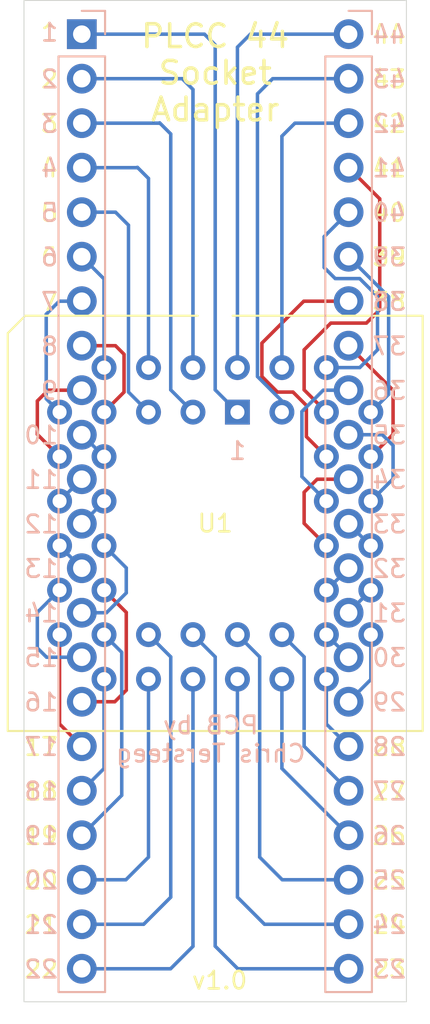
<source format=kicad_pcb>
(kicad_pcb (version 20240108) (generator "pcbnew") (generator_version "8.0")
  (title_block (title "PLCC-44 Socket Adapter") (date "2025-02-20") (rev "v1.0") (company "Chris Tersteeg"))
  (layers (0 "F.Cu" signal) (31 "B.Cu" signal) (34 "B.Paste" user) (35 "F.Paste" user) (36 "B.SilkS" user "B.Silkscreen") (37 "F.SilkS" user "F.Silkscreen") (38 "B.Mask" user) (39 "F.Mask" user) (44 "Edge.Cuts" user))
  (net 0 "")
  (net 1 "/Pin21")
  (net 2 "/Pin10")
  (net 3 "/Pin17")
  (net 4 "/Pin3")
  (net 5 "/Pin1")
  (net 6 "/Pin22")
  (net 7 "/Pin8")
  (net 8 "/Pin7")
  (net 9 "/Pin6")
  (net 10 "/Pin14")
  (net 11 "/Pin12")
  (net 12 "/Pin9")
  (net 13 "/Pin20")
  (net 14 "/Pin13")
  (net 15 "/Pin11")
  (net 16 "/Pin5")
  (net 17 "/Pin18")
  (net 18 "/Pin19")
  (net 19 "/Pin15")
  (net 20 "/Pin16")
  (net 21 "/Pin4")
  (net 22 "/Pin2")
  (net 23 "/Pin34")
  (net 24 "/Pin38")
  (net 25 "/Pin23")
  (net 26 "/Pin35")
  (net 27 "/Pin44")
  (net 28 "/Pin33")
  (net 29 "/Pin40")
  (net 30 "/Pin29")
  (net 31 "/Pin37")
  (net 32 "/Pin41")
  (net 33 "/Pin25")
  (net 34 "/Pin24")
  (net 35 "/Pin39")
  (net 36 "/Pin43")
  (net 37 "/Pin27")
  (net 38 "/Pin28")
  (net 39 "/Pin32")
  (net 40 "/Pin26")
  (net 41 "/Pin30")
  (net 42 "/Pin31")
  (net 43 "/Pin36")
  (net 44 "/Pin42")
  (footprint "Package_LCC:PLCC-44_THT-Socket" (layer "F.Cu") (at 109.22 87.63)
    (property "Reference" "U1" (at -1.27 6.35 0) (layer "F.SilkS"))
    (property "Value" "ATF1504AS-10JU44")
    (fp_line (start -13.12 -4.5) (end -13.12 18.2) (stroke (width 0.12)) (layer "F.SilkS"))
    (fp_line (start -13.12 18.2) (end 10.58 18.2) (stroke (width 0.12)) (layer "F.SilkS"))
    (fp_line (start -12.12 -5.5) (end -13.12 -4.5) (stroke (width 0.12)) (layer "F.SilkS"))
    (fp_line (start -2.27 -5.5) (end -12.12 -5.5) (stroke (width 0.12)) (layer "F.SilkS"))
    (fp_line (start 10.58 -5.5) (end -0.27 -5.5) (stroke (width 0.12)) (layer "F.SilkS"))
    (fp_line (start 10.58 18.2) (end 10.58 -5.5) (stroke (width 0.12)) (layer "F.SilkS"))
    (pad "1" thru_hole rect (at 0 0) (size 1.4224 1.4224) (drill 0.8) (layers "*.Cu" "*.Mask") (net 5 "/Pin1"))
    (pad "2" thru_hole circle (at -2.54 -2.54) (size 1.4224 1.4224) (drill 0.8) (layers "*.Cu" "*.Mask") (net 22 "/Pin2"))
    (pad "3" thru_hole circle (at -2.54 0) (size 1.4224 1.4224) (drill 0.8) (layers "*.Cu" "*.Mask") (net 4 "/Pin3"))
    (pad "4" thru_hole circle (at -5.08 -2.54) (size 1.4224 1.4224) (drill 0.8) (layers "*.Cu" "*.Mask") (net 21 "/Pin4"))
    (pad "5" thru_hole circle (at -5.08 0) (size 1.4224 1.4224) (drill 0.8) (layers "*.Cu" "*.Mask") (net 16 "/Pin5"))
    (pad "6" thru_hole circle (at -7.62 -2.54) (size 1.4224 1.4224) (drill 0.8) (layers "*.Cu" "*.Mask") (net 9 "/Pin6"))
    (pad "7" thru_hole circle (at -10.16 0) (size 1.4224 1.4224) (drill 0.8) (layers "*.Cu" "*.Mask") (net 8 "/Pin7"))
    (pad "8" thru_hole circle (at -7.62 0) (size 1.4224 1.4224) (drill 0.8) (layers "*.Cu" "*.Mask") (net 7 "/Pin8"))
    (pad "9" thru_hole circle (at -10.16 2.54) (size 1.4224 1.4224) (drill 0.8) (layers "*.Cu" "*.Mask") (net 12 "/Pin9"))
    (pad "10" thru_hole circle (at -7.62 2.54) (size 1.4224 1.4224) (drill 0.8) (layers "*.Cu" "*.Mask") (net 2 "/Pin10"))
    (pad "11" thru_hole circle (at -10.16 5.08) (size 1.4224 1.4224) (drill 0.8) (layers "*.Cu" "*.Mask") (net 15 "/Pin11"))
    (pad "12" thru_hole circle (at -7.62 5.08) (size 1.4224 1.4224) (drill 0.8) (layers "*.Cu" "*.Mask") (net 11 "/Pin12"))
    (pad "13" thru_hole circle (at -10.16 7.62) (size 1.4224 1.4224) (drill 0.8) (layers "*.Cu" "*.Mask") (net 14 "/Pin13"))
    (pad "14" thru_hole circle (at -7.62 7.62) (size 1.4224 1.4224) (drill 0.8) (layers "*.Cu" "*.Mask") (net 10 "/Pin14"))
    (pad "15" thru_hole circle (at -10.16 10.16) (size 1.4224 1.4224) (drill 0.8) (layers "*.Cu" "*.Mask") (net 19 "/Pin15"))
    (pad "16" thru_hole circle (at -7.62 10.16) (size 1.4224 1.4224) (drill 0.8) (layers "*.Cu" "*.Mask") (net 20 "/Pin16"))
    (pad "17" thru_hole circle (at -10.16 12.7) (size 1.4224 1.4224) (drill 0.8) (layers "*.Cu" "*.Mask") (net 3 "/Pin17"))
    (pad "18" thru_hole circle (at -7.62 15.24) (size 1.4224 1.4224) (drill 0.8) (layers "*.Cu" "*.Mask") (net 17 "/Pin18"))
    (pad "19" thru_hole circle (at -7.62 12.7) (size 1.4224 1.4224) (drill 0.8) (layers "*.Cu" "*.Mask") (net 18 "/Pin19"))
    (pad "20" thru_hole circle (at -5.08 15.24) (size 1.4224 1.4224) (drill 0.8) (layers "*.Cu" "*.Mask") (net 13 "/Pin20"))
    (pad "21" thru_hole circle (at -5.08 12.7) (size 1.4224 1.4224) (drill 0.8) (layers "*.Cu" "*.Mask") (net 1 "/Pin21"))
    (pad "22" thru_hole circle (at -2.54 15.24) (size 1.4224 1.4224) (drill 0.8) (layers "*.Cu" "*.Mask") (net 6 "/Pin22"))
    (pad "23" thru_hole circle (at -2.54 12.7) (size 1.4224 1.4224) (drill 0.8) (layers "*.Cu" "*.Mask") (net 25 "/Pin23"))
    (pad "24" thru_hole circle (at 0 15.24) (size 1.4224 1.4224) (drill 0.8) (layers "*.Cu" "*.Mask") (net 34 "/Pin24"))
    (pad "25" thru_hole circle (at 0 12.7) (size 1.4224 1.4224) (drill 0.8) (layers "*.Cu" "*.Mask") (net 33 "/Pin25"))
    (pad "26" thru_hole circle (at 2.54 15.24) (size 1.4224 1.4224) (drill 0.8) (layers "*.Cu" "*.Mask") (net 40 "/Pin26"))
    (pad "27" thru_hole circle (at 2.54 12.7) (size 1.4224 1.4224) (drill 0.8) (layers "*.Cu" "*.Mask") (net 37 "/Pin27"))
    (pad "28" thru_hole circle (at 5.08 15.24) (size 1.4224 1.4224) (drill 0.8) (layers "*.Cu" "*.Mask") (net 38 "/Pin28"))
    (pad "29" thru_hole circle (at 7.62 12.7) (size 1.4224 1.4224) (drill 0.8) (layers "*.Cu" "*.Mask") (net 30 "/Pin29"))
    (pad "30" thru_hole circle (at 5.08 12.7) (size 1.4224 1.4224) (drill 0.8) (layers "*.Cu" "*.Mask") (net 41 "/Pin30"))
    (pad "31" thru_hole circle (at 7.62 10.16) (size 1.4224 1.4224) (drill 0.8) (layers "*.Cu" "*.Mask") (net 42 "/Pin31"))
    (pad "32" thru_hole circle (at 5.08 10.16) (size 1.4224 1.4224) (drill 0.8) (layers "*.Cu" "*.Mask") (net 39 "/Pin32"))
    (pad "33" thru_hole circle (at 7.62 7.62) (size 1.4224 1.4224) (drill 0.8) (layers "*.Cu" "*.Mask") (net 28 "/Pin33"))
    (pad "34" thru_hole circle (at 5.08 7.62) (size 1.4224 1.4224) (drill 0.8) (layers "*.Cu" "*.Mask") (net 23 "/Pin34"))
    (pad "35" thru_hole circle (at 7.62 5.08) (size 1.4224 1.4224) (drill 0.8) (layers "*.Cu" "*.Mask") (net 26 "/Pin35"))
    (pad "36" thru_hole circle (at 5.08 5.08) (size 1.4224 1.4224) (drill 0.8) (layers "*.Cu" "*.Mask") (net 43 "/Pin36"))
    (pad "37" thru_hole circle (at 7.62 2.54) (size 1.4224 1.4224) (drill 0.8) (layers "*.Cu" "*.Mask") (net 31 "/Pin37"))
    (pad "38" thru_hole circle (at 5.08 2.54) (size 1.4224 1.4224) (drill 0.8) (layers "*.Cu" "*.Mask") (net 24 "/Pin38"))
    (pad "39" thru_hole circle (at 7.62 0) (size 1.4224 1.4224) (drill 0.8) (layers "*.Cu" "*.Mask") (net 35 "/Pin39"))
    (pad "40" thru_hole circle (at 5.08 -2.54) (size 1.4224 1.4224) (drill 0.8) (layers "*.Cu" "*.Mask") (net 29 "/Pin40"))
    (pad "41" thru_hole circle (at 5.08 0) (size 1.4224 1.4224) (drill 0.8) (layers "*.Cu" "*.Mask") (net 32 "/Pin41"))
    (pad "42" thru_hole circle (at 2.54 -2.54) (size 1.4224 1.4224) (drill 0.8) (layers "*.Cu" "*.Mask") (net 44 "/Pin42"))
    (pad "43" thru_hole circle (at 2.54 0) (size 1.4224 1.4224) (drill 0.8) (layers "*.Cu" "*.Mask") (net 36 "/Pin43"))
    (pad "44" thru_hole circle (at 0 -2.54) (size 1.4224 1.4224) (drill 0.8) (layers "*.Cu" "*.Mask") (net 27 "/Pin44"))
  )
  (footprint "Connector_PinHeader_2.54mm:PinHeader_1x22_P2.54mm_Vertical" (layer "B.Cu") (at 115.57 66.06 180)
    (property "Reference" "J2" (hide yes))
    (property "Value" "Conn_01x22")
    (fp_line (start 1.33 -1.27) (end -1.33 -1.27) (stroke (width 0.12)) (layer "B.SilkS"))
    (fp_line (start 1.33 -54.67) (end 1.33 -1.27) (stroke (width 0.12)) (layer "B.SilkS"))
    (fp_line (start 1.33 -54.67) (end -1.33 -54.67) (stroke (width 0.12)) (layer "B.SilkS"))
    (fp_line (start 0 1.33) (end -1.33 1.33) (stroke (width 0.12)) (layer "B.SilkS"))
    (fp_line (start -1.33 1.33) (end -1.33 0) (stroke (width 0.12)) (layer "B.SilkS"))
    (fp_line (start -1.33 -54.67) (end -1.33 -1.27) (stroke (width 0.12)) (layer "B.SilkS"))
    (pad "1" thru_hole circle (at 0 0 180) (size 1.7 1.7) (drill 1) (layers "*.Cu" "*.Mask") (net 27 "/Pin44"))
    (pad "2" thru_hole oval (at 0 -2.54 180) (size 1.7 1.7) (drill 1) (layers "*.Cu" "*.Mask") (net 36 "/Pin43"))
    (pad "3" thru_hole oval (at 0 -5.08 180) (size 1.7 1.7) (drill 1) (layers "*.Cu" "*.Mask") (net 44 "/Pin42"))
    (pad "4" thru_hole oval (at 0 -7.62 180) (size 1.7 1.7) (drill 1) (layers "*.Cu" "*.Mask") (net 32 "/Pin41"))
    (pad "5" thru_hole oval (at 0 -10.16 180) (size 1.7 1.7) (drill 1) (layers "*.Cu" "*.Mask") (net 29 "/Pin40"))
    (pad "6" thru_hole oval (at 0 -12.7 180) (size 1.7 1.7) (drill 1) (layers "*.Cu" "*.Mask") (net 35 "/Pin39"))
    (pad "7" thru_hole oval (at 0 -15.24 180) (size 1.7 1.7) (drill 1) (layers "*.Cu" "*.Mask") (net 24 "/Pin38"))
    (pad "8" thru_hole oval (at 0 -17.78 180) (size 1.7 1.7) (drill 1) (layers "*.Cu" "*.Mask") (net 31 "/Pin37"))
    (pad "9" thru_hole oval (at 0 -20.32 180) (size 1.7 1.7) (drill 1) (layers "*.Cu" "*.Mask") (net 43 "/Pin36"))
    (pad "10" thru_hole oval (at 0 -22.86 180) (size 1.7 1.7) (drill 1) (layers "*.Cu" "*.Mask") (net 26 "/Pin35"))
    (pad "11" thru_hole oval (at 0 -25.4 180) (size 1.7 1.7) (drill 1) (layers "*.Cu" "*.Mask") (net 23 "/Pin34"))
    (pad "12" thru_hole oval (at 0 -27.94 180) (size 1.7 1.7) (drill 1) (layers "*.Cu" "*.Mask") (net 28 "/Pin33"))
    (pad "13" thru_hole oval (at 0 -30.48 180) (size 1.7 1.7) (drill 1) (layers "*.Cu" "*.Mask") (net 39 "/Pin32"))
    (pad "14" thru_hole oval (at 0 -33.02 180) (size 1.7 1.7) (drill 1) (layers "*.Cu" "*.Mask") (net 42 "/Pin31"))
    (pad "15" thru_hole oval (at 0 -35.56 180) (size 1.7 1.7) (drill 1) (layers "*.Cu" "*.Mask") (net 41 "/Pin30"))
    (pad "16" thru_hole oval (at 0 -38.1 180) (size 1.7 1.7) (drill 1) (layers "*.Cu" "*.Mask") (net 30 "/Pin29"))
    (pad "17" thru_hole oval (at 0 -40.64 180) (size 1.7 1.7) (drill 1) (layers "*.Cu" "*.Mask") (net 38 "/Pin28"))
    (pad "18" thru_hole oval (at 0 -43.18 180) (size 1.7 1.7) (drill 1) (layers "*.Cu" "*.Mask") (net 37 "/Pin27"))
    (pad "19" thru_hole oval (at 0 -45.72 180) (size 1.7 1.7) (drill 1) (layers "*.Cu" "*.Mask") (net 40 "/Pin26"))
    (pad "20" thru_hole oval (at 0 -48.26 180) (size 1.7 1.7) (drill 1) (layers "*.Cu" "*.Mask") (net 33 "/Pin25"))
    (pad "21" thru_hole oval (at 0 -50.8 180) (size 1.7 1.7) (drill 1) (layers "*.Cu" "*.Mask") (net 34 "/Pin24"))
    (pad "22" thru_hole oval (at 0 -53.34 180) (size 1.7 1.7) (drill 1) (layers "*.Cu" "*.Mask") (net 25 "/Pin23"))
  )
  (footprint "Connector_PinHeader_2.54mm:PinHeader_1x22_P2.54mm_Vertical" (layer "B.Cu") (at 100.33 66.06 180)
    (property "Reference" "J1" (hide yes))
    (property "Value" "Conn_01x22")
    (fp_line (start 1.33 -1.27) (end -1.33 -1.27) (stroke (width 0.12)) (layer "B.SilkS"))
    (fp_line (start 1.33 -54.67) (end 1.33 -1.27) (stroke (width 0.12)) (layer "B.SilkS"))
    (fp_line (start 1.33 -54.67) (end -1.33 -54.67) (stroke (width 0.12)) (layer "B.SilkS"))
    (fp_line (start 0 1.33) (end -1.33 1.33) (stroke (width 0.12)) (layer "B.SilkS"))
    (fp_line (start -1.33 1.33) (end -1.33 0) (stroke (width 0.12)) (layer "B.SilkS"))
    (fp_line (start -1.33 -54.67) (end -1.33 -1.27) (stroke (width 0.12)) (layer "B.SilkS"))
    (pad "1" thru_hole rect (at 0 0 180) (size 1.7 1.7) (drill 1) (layers "*.Cu" "*.Mask") (net 5 "/Pin1"))
    (pad "2" thru_hole oval (at 0 -2.54 180) (size 1.7 1.7) (drill 1) (layers "*.Cu" "*.Mask") (net 22 "/Pin2"))
    (pad "3" thru_hole oval (at 0 -5.08 180) (size 1.7 1.7) (drill 1) (layers "*.Cu" "*.Mask") (net 4 "/Pin3"))
    (pad "4" thru_hole oval (at 0 -7.62 180) (size 1.7 1.7) (drill 1) (layers "*.Cu" "*.Mask") (net 21 "/Pin4"))
    (pad "5" thru_hole oval (at 0 -10.16 180) (size 1.7 1.7) (drill 1) (layers "*.Cu" "*.Mask") (net 16 "/Pin5"))
    (pad "6" thru_hole oval (at 0 -12.7 180) (size 1.7 1.7) (drill 1) (layers "*.Cu" "*.Mask") (net 9 "/Pin6"))
    (pad "7" thru_hole oval (at 0 -15.24 180) (size 1.7 1.7) (drill 1) (layers "*.Cu" "*.Mask") (net 8 "/Pin7"))
    (pad "8" thru_hole oval (at 0 -17.78 180) (size 1.7 1.7) (drill 1) (layers "*.Cu" "*.Mask") (net 7 "/Pin8"))
    (pad "9" thru_hole oval (at 0 -20.32 180) (size 1.7 1.7) (drill 1) (layers "*.Cu" "*.Mask") (net 12 "/Pin9"))
    (pad "10" thru_hole oval (at 0 -22.86 180) (size 1.7 1.7) (drill 1) (layers "*.Cu" "*.Mask") (net 2 "/Pin10"))
    (pad "11" thru_hole oval (at 0 -25.4 180) (size 1.7 1.7) (drill 1) (layers "*.Cu" "*.Mask") (net 15 "/Pin11"))
    (pad "12" thru_hole oval (at 0 -27.94 180) (size 1.7 1.7) (drill 1) (layers "*.Cu" "*.Mask") (net 11 "/Pin12"))
    (pad "13" thru_hole oval (at 0 -30.48 180) (size 1.7 1.7) (drill 1) (layers "*.Cu" "*.Mask") (net 14 "/Pin13"))
    (pad "14" thru_hole oval (at 0 -33.02 180) (size 1.7 1.7) (drill 1) (layers "*.Cu" "*.Mask") (net 10 "/Pin14"))
    (pad "15" thru_hole oval (at 0 -35.56 180) (size 1.7 1.7) (drill 1) (layers "*.Cu" "*.Mask") (net 19 "/Pin15"))
    (pad "16" thru_hole oval (at 0 -38.1 180) (size 1.7 1.7) (drill 1) (layers "*.Cu" "*.Mask") (net 20 "/Pin16"))
    (pad "17" thru_hole oval (at 0 -40.64 180) (size 1.7 1.7) (drill 1) (layers "*.Cu" "*.Mask") (net 3 "/Pin17"))
    (pad "18" thru_hole oval (at 0 -43.18 180) (size 1.7 1.7) (drill 1) (layers "*.Cu" "*.Mask") (net 17 "/Pin18"))
    (pad "19" thru_hole oval (at 0 -45.72 180) (size 1.7 1.7) (drill 1) (layers "*.Cu" "*.Mask") (net 18 "/Pin19"))
    (pad "20" thru_hole oval (at 0 -48.26 180) (size 1.7 1.7) (drill 1) (layers "*.Cu" "*.Mask") (net 13 "/Pin20"))
    (pad "21" thru_hole oval (at 0 -50.8 180) (size 1.7 1.7) (drill 1) (layers "*.Cu" "*.Mask") (net 1 "/Pin21"))
    (pad "22" thru_hole oval (at 0 -53.34 180) (size 1.7 1.7) (drill 1) (layers "*.Cu" "*.Mask") (net 6 "/Pin22"))
  )
  (gr_rect (start 97.028 64.135) (end 118.872 121.285) (stroke (width 0.05)) (fill none) (layer "Edge.Cuts"))
  (gr_text "36" (at 116.84 86.995 0) (layer "B.SilkS") (effects (font (size 1 1) (thickness 0.15) (bold yes)) (justify right bottom mirror)))
  (gr_text "20" (at 99.06 114.935 0) (layer "B.SilkS") (effects (font (size 1 1) (thickness 0.15) (bold yes)) (justify left bottom mirror)))
  (gr_text "33" (at 116.84 94.615 0) (layer "B.SilkS") (effects (font (size 1 1) (thickness 0.15) (bold yes)) (justify right bottom mirror)))
  (gr_text "28" (at 116.84 107.315 0) (layer "B.SilkS") (effects (font (size 1 1) (thickness 0.15) (bold yes)) (justify right bottom mirror)))
  (gr_text "PCB by\nChris Tersteeg" (at 107.696 107.696 0) (layer "B.SilkS") (effects (font (size 1 1) (thickness 0.15) (bold yes)) (justify bottom mirror)))
  (gr_text "27" (at 116.84 109.855 0) (layer "B.SilkS") (effects (font (size 1 1) (thickness 0.15) (bold yes)) (justify right bottom mirror)))
  (gr_text "17" (at 99.06 107.315 0) (layer "B.SilkS") (effects (font (size 1 1) (thickness 0.15) (bold yes)) (justify left bottom mirror)))
  (gr_text "12" (at 99.06 94.615 0) (layer "B.SilkS") (effects (font (size 1 1) (thickness 0.15) (bold yes)) (justify left bottom mirror)))
  (gr_text "26" (at 116.84 112.395 0) (layer "B.SilkS") (effects (font (size 1 1) (thickness 0.15) (bold yes)) (justify right bottom mirror)))
  (gr_text "22" (at 99.06 120.015 0) (layer "B.SilkS") (effects (font (size 1 1) (thickness 0.15) (bold yes)) (justify left bottom mirror)))
  (gr_text "31" (at 116.84 99.695 0) (layer "B.SilkS") (effects (font (size 1 1) (thickness 0.15) (bold yes)) (justify right bottom mirror)))
  (gr_text "38" (at 116.84 81.915 0) (layer "B.SilkS") (effects (font (size 1 1) (thickness 0.15) (bold yes)) (justify right bottom mirror)))
  (gr_text "8" (at 99.06 84.455 0) (layer "B.SilkS") (effects (font (size 1 1) (thickness 0.15) (bold yes)) (justify left bottom mirror)))
  (gr_text "32" (at 116.84 97.155 0) (layer "B.SilkS") (effects (font (size 1 1) (thickness 0.15) (bold yes)) (justify right bottom mirror)))
  (gr_text "37" (at 116.84 84.455 0) (layer "B.SilkS") (effects (font (size 1 1) (thickness 0.15) (bold yes)) (justify right bottom mirror)))
  (gr_text "2" (at 99.06 69.215 0) (layer "B.SilkS") (effects (font (size 1 1) (thickness 0.15) (bold yes)) (justify left bottom mirror)))
  (gr_text "10" (at 99.06 89.535 0) (layer "B.SilkS") (effects (font (size 1 1) (thickness 0.15) (bold yes)) (justify left bottom mirror)))
  (gr_text "11" (at 99.06 92.075 0) (layer "B.SilkS") (effects (font (size 1 1) (thickness 0.15) (bold yes)) (justify left bottom mirror)))
  (gr_text "21" (at 99.06 117.475 0) (layer "B.SilkS") (effects (font (size 1 1) (thickness 0.15) (bold yes)) (justify left bottom mirror)))
  (gr_text "18" (at 99.06 109.855 0) (layer "B.SilkS") (effects (font (size 1 1) (thickness 0.15) (bold yes)) (justify left bottom mirror)))
  (gr_text "44" (at 116.84 66.675 0) (layer "B.SilkS") (effects (font (size 1 1) (thickness 0.15) (bold yes)) (justify right bottom mirror)))
  (gr_text "30" (at 116.84 102.235 0) (layer "B.SilkS") (effects (font (size 1 1) (thickness 0.15) (bold yes)) (justify right bottom mirror)))
  (gr_text "9" (at 99.06 86.995 0) (layer "B.SilkS") (effects (font (size 1 1) (thickness 0.15) (bold yes)) (justify left bottom mirror)))
  (gr_text "1" (at 109.22 90.424 0) (layer "B.SilkS") (effects (font (size 1 1) (thickness 0.15) (bold yes)) (justify bottom mirror)))
  (gr_text "41" (at 116.84 74.295 0) (layer "B.SilkS") (effects (font (size 1 1) (thickness 0.15) (bold yes)) (justify right bottom mirror)))
  (gr_text "15" (at 99.06 102.235 0) (layer "B.SilkS") (effects (font (size 1 1) (thickness 0.15) (bold yes)) (justify left bottom mirror)))
  (gr_text "14" (at 99.06 99.695 0) (layer "B.SilkS") (effects (font (size 1 1) (thickness 0.15) (bold yes)) (justify left bottom mirror)))
  (gr_text "25" (at 116.84 114.935 0) (layer "B.SilkS") (effects (font (size 1 1) (thickness 0.15) (bold yes)) (justify right bottom mirror)))
  (gr_text "39" (at 116.84 79.375 0) (layer "B.SilkS") (effects (font (size 1 1) (thickness 0.15) (bold yes)) (justify right bottom mirror)))
  (gr_text "16" (at 99.06 104.775 0) (layer "B.SilkS") (effects (font (size 1 1) (thickness 0.15) (bold yes)) (justify left bottom mirror)))
  (gr_text "13" (at 99.06 97.155 0) (layer "B.SilkS") (effects (font (size 1 1) (thickness 0.15) (bold yes)) (justify left bottom mirror)))
  (gr_text "19" (at 99.06 112.395 0) (layer "B.SilkS") (effects (font (size 1 1) (thickness 0.15) (bold yes)) (justify left bottom mirror)))
  (gr_text "42" (at 116.84 71.755 0) (layer "B.SilkS") (effects (font (size 1 1) (thickness 0.15) (bold yes)) (justify right bottom mirror)))
  (gr_text "43" (at 116.84 69.215 0) (layer "B.SilkS") (effects (font (size 1 1) (thickness 0.15) (bold yes)) (justify right bottom mirror)))
  (gr_text "35" (at 116.84 89.535 0) (layer "B.SilkS") (effects (font (size 1 1) (thickness 0.15) (bold yes)) (justify right bottom mirror)))
  (gr_text "4" (at 99.06 74.295 0) (layer "B.SilkS") (effects (font (size 1 1) (thickness 0.15) (bold yes)) (justify left bottom mirror)))
  (gr_text "23" (at 116.84 120.015 0) (layer "B.SilkS") (effects (font (size 1 1) (thickness 0.15) (bold yes)) (justify right bottom mirror)))
  (gr_text "1" (at 99.06 66.548 0) (layer "B.SilkS") (effects (font (size 1 1) (thickness 0.15) (bold yes)) (justify left bottom mirror)))
  (gr_text "6" (at 99.06 79.375 0) (layer "B.SilkS") (effects (font (size 1 1) (thickness 0.15) (bold yes)) (justify left bottom mirror)))
  (gr_text "34" (at 116.84 92.075 0) (layer "B.SilkS") (effects (font (size 1 1) (thickness 0.15) (bold yes)) (justify right bottom mirror)))
  (gr_text "40" (at 116.84 76.835 0) (layer "B.SilkS") (effects (font (size 1 1) (thickness 0.15) (bold yes)) (justify right bottom mirror)))
  (gr_text "3" (at 99.06 71.755 0) (layer "B.SilkS") (effects (font (size 1 1) (thickness 0.15) (bold yes)) (justify left bottom mirror)))
  (gr_text "24" (at 116.84 117.475 0) (layer "B.SilkS") (effects (font (size 1 1) (thickness 0.15) (bold yes)) (justify right bottom mirror)))
  (gr_text "7" (at 99.06 81.915 0) (layer "B.SilkS") (effects (font (size 1 1) (thickness 0.15) (bold yes)) (justify left bottom mirror)))
  (gr_text "29" (at 116.84 104.775 0) (layer "B.SilkS") (effects (font (size 1 1) (thickness 0.15) (bold yes)) (justify right bottom mirror)))
  (gr_text "5" (at 99.06 76.835 0) (layer "B.SilkS") (effects (font (size 1 1) (thickness 0.15) (bold yes)) (justify left bottom mirror)))
  (gr_text "23" (at 116.84 120.015 0) (layer "F.SilkS") (effects (font (size 1 1) (thickness 0.15) (bold yes)) (justify left bottom)))
  (gr_text "42" (at 116.84 71.755 0) (layer "F.SilkS") (effects (font (size 1 1) (thickness 0.15) (bold yes)) (justify left bottom)))
  (gr_text "2" (at 99.06 69.215 0) (layer "F.SilkS") (effects (font (size 1 1) (thickness 0.15) (bold yes)) (justify right bottom)))
  (gr_text "38" (at 116.84 81.915 0) (layer "F.SilkS") (effects (font (size 1 1) (thickness 0.15) (bold yes)) (justify left bottom)))
  (gr_text "5" (at 99.06 76.835 0) (layer "F.SilkS") (effects (font (size 1 1) (thickness 0.15) (bold yes)) (justify right bottom)))
  (gr_text "7" (at 99.06 81.915 0) (layer "F.SilkS") (effects (font (size 1 1) (thickness 0.15) (bold yes)) (justify right bottom)))
  (gr_text "28" (at 116.84 107.315 0) (layer "F.SilkS") (effects (font (size 1 1) (thickness 0.15) (bold yes)) (justify left bottom)))
  (gr_text "43" (at 116.84 69.215 0) (layer "F.SilkS") (effects (font (size 1 1) (thickness 0.15) (bold yes)) (justify left bottom)))
  (gr_text "25" (at 116.84 114.935 0) (layer "F.SilkS") (effects (font (size 1 1) (thickness 0.15) (bold yes)) (justify left bottom)))
  (gr_text "19" (at 99.06 112.395 0) (layer "F.SilkS") (effects (font (size 1 1) (thickness 0.15) (bold yes)) (justify right bottom)))
  (gr_text "17" (at 99.06 107.315 0) (layer "F.SilkS") (effects (font (size 1 1) (thickness 0.15) (bold yes)) (justify right bottom)))
  (gr_text "3" (at 99.06 71.755 0) (layer "F.SilkS") (effects (font (size 1 1) (thickness 0.15) (bold yes)) (justify right bottom)))
  (gr_text "26" (at 116.84 112.395 0) (layer "F.SilkS") (effects (font (size 1 1) (thickness 0.15) (bold yes)) (justify left bottom)))
  (gr_text "22" (at 99.06 120.015 0) (layer "F.SilkS") (effects (font (size 1 1) (thickness 0.15) (bold yes)) (justify right bottom)))
  (gr_text "41" (at 116.84 74.295 0) (layer "F.SilkS") (effects (font (size 1 1) (thickness 0.15) (bold yes)) (justify left bottom)))
  (gr_text "21" (at 99.06 117.475 0) (layer "F.SilkS") (effects (font (size 1 1) (thickness 0.15) (bold yes)) (justify right bottom)))
  (gr_text "1" (at 99.06 66.548 0) (layer "F.SilkS") (effects (font (size 1 1) (thickness 0.15) (bold yes)) (justify right bottom)))
  (gr_text "40" (at 116.84 76.835 0) (layer "F.SilkS") (effects (font (size 1 1) (thickness 0.15) (bold yes)) (justify left bottom)))
  (gr_text "4" (at 99.06 74.295 0) (layer "F.SilkS") (effects (font (size 1 1) (thickness 0.15) (bold yes)) (justify right bottom)))
  (gr_text "6" (at 99.06 79.375 0) (layer "F.SilkS") (effects (font (size 1 1) (thickness 0.15) (bold yes)) (justify right bottom)))
  (gr_text "PLCC 44\nSocket\nAdapter" (at 107.95 71.12 0) (layer "F.SilkS") (effects (font (size 1.3 1.3) (thickness 0.2)) (justify bottom)))
  (gr_text "44" (at 116.84 66.675 0) (layer "F.SilkS") (effects (font (size 1 1) (thickness 0.15) (bold yes)) (justify left bottom)))
  (gr_text "24" (at 116.84 117.475 0) (layer "F.SilkS") (effects (font (size 1 1) (thickness 0.15) (bold yes)) (justify left bottom)))
  (gr_text "27" (at 116.84 109.855 0) (layer "F.SilkS") (effects (font (size 1 1) (thickness 0.15) (bold yes)) (justify left bottom)))
  (gr_text "18" (at 99.06 109.855 0) (layer "F.SilkS") (effects (font (size 1 1) (thickness 0.15) (bold yes)) (justify right bottom)))
  (gr_text "39" (at 116.84 79.375 0) (layer "F.SilkS") (effects (font (size 1 1) (thickness 0.15) (bold yes)) (justify left bottom)))
  (gr_text "20" (at 99.06 114.935 0) (layer "F.SilkS") (effects (font (size 1 1) (thickness 0.15) (bold yes)) (justify right bottom)))
  (gr_text "v1.0" (at 108.204 120.65 0) (layer "F.SilkS") (effects (font (size 1 1)) (justify bottom)))
  (segment (start 104.14 100.33) (end 105.41 101.6) (width 0.2) (layer "B.Cu") (net 1))
  (segment (start 103.866 116.86) (end 100.33 116.86) (width 0.2) (layer "B.Cu") (net 1))
  (segment (start 105.41 101.6) (end 105.41 115.316) (width 0.2) (layer "B.Cu") (net 1))
  (segment (start 105.41 115.316) (end 103.866 116.86) (width 0.2) (layer "B.Cu") (net 1))
  (segment (start 100.35 88.92) (end 101.6 90.17) (width 0.2) (layer "B.Cu") (net 2))
  (segment (start 100.33 88.92) (end 100.35 88.92) (width 0.2) (layer "B.Cu") (net 2))
  (segment (start 99.06 105.43) (end 100.33 106.7) (width 0.2) (layer "F.Cu") (net 3))
  (segment (start 99.06 100.33) (end 99.06 105.43) (width 0.2) (layer "F.Cu") (net 3))
  (segment (start 104.755 71.14) (end 104.775 71.12) (width 0.2) (layer "B.Cu") (net 4))
  (segment (start 105.41 86.36) (end 106.68 87.63) (width 0.2) (layer "B.Cu") (net 4))
  (segment (start 104.775 71.12) (end 105.41 71.755) (width 0.2) (layer "B.Cu") (net 4))
  (segment (start 100.33 71.14) (end 104.755 71.14) (width 0.2) (layer "B.Cu") (net 4))
  (segment (start 105.41 71.755) (end 105.41 86.36) (width 0.2) (layer "B.Cu") (net 4))
  (segment (start 107.95 86.36) (end 107.95 66.675) (width 0.2) (layer "B.Cu") (net 5))
  (segment (start 107.335 66.06) (end 100.33 66.06) (width 0.2) (layer "B.Cu") (net 5))
  (segment (start 109.22 87.63) (end 107.95 86.36) (width 0.2) (layer "B.Cu") (net 5))
  (segment (start 107.95 66.675) (end 107.335 66.06) (width 0.2) (layer "B.Cu") (net 5))
  (segment (start 106.68 118.12) (end 105.4 119.4) (width 0.2) (layer "B.Cu") (net 6))
  (segment (start 106.68 102.87) (end 106.68 118.12) (width 0.2) (layer "B.Cu") (net 6))
  (segment (start 105.4 119.4) (end 100.33 119.4) (width 0.2) (layer "B.Cu") (net 6))
  (segment (start 102.743 84.328) (end 102.255 83.84) (width 0.2) (layer "F.Cu") (net 7))
  (segment (start 101.6 87.63) (end 102.743 86.487) (width 0.2) (layer "F.Cu") (net 7))
  (segment (start 102.743 86.487) (end 102.743 84.328) (width 0.2) (layer "F.Cu") (net 7))
  (segment (start 102.255 83.84) (end 100.33 83.84) (width 0.2) (layer "F.Cu") (net 7))
  (segment (start 98.298 86.868) (end 99.06 87.63) (width 0.2) (layer "B.Cu") (net 8))
  (segment (start 100.33 81.3) (end 99.04 81.3) (width 0.2) (layer "B.Cu") (net 8))
  (segment (start 99.04 81.3) (end 98.298 82.042) (width 0.2) (layer "B.Cu") (net 8))
  (segment (start 98.298 82.042) (end 98.298 86.868) (width 0.2) (layer "B.Cu") (net 8))
  (segment (start 101.6 80.03) (end 101.6 85.09) (width 0.2) (layer "B.Cu") (net 9))
  (segment (start 100.33 78.76) (end 101.6 80.03) (width 0.2) (layer "B.Cu") (net 9))
  (segment (start 101.6 95.25) (end 102.87 96.52) (width 0.2) (layer "B.Cu") (net 10))
  (segment (start 102.87 96.52) (end 102.87 97.950053) (width 0.2) (layer "B.Cu") (net 10))
  (segment (start 102.87 97.950053) (end 101.740053 99.08) (width 0.2) (layer "B.Cu") (net 10))
  (segment (start 101.740053 99.08) (end 100.33 99.08) (width 0.2) (layer "B.Cu") (net 10))
  (segment (start 101.6 92.71) (end 101.6 92.73) (width 0.2) (layer "B.Cu") (net 11))
  (segment (start 101.6 92.73) (end 100.33 94) (width 0.2) (layer "B.Cu") (net 11))
  (segment (start 98.405 86.38) (end 100.33 86.38) (width 0.2) (layer "F.Cu") (net 12))
  (segment (start 99.06 90.17) (end 97.79 88.9) (width 0.2) (layer "F.Cu") (net 12))
  (segment (start 97.79 86.995) (end 98.405 86.38) (width 0.2) (layer "F.Cu") (net 12))
  (segment (start 97.79 88.9) (end 97.79 86.995) (width 0.2) (layer "F.Cu") (net 12))
  (segment (start 104.14 113.03) (end 102.85 114.32) (width 0.2) (layer "B.Cu") (net 13))
  (segment (start 102.85 114.32) (end 100.33 114.32) (width 0.2) (layer "B.Cu") (net 13))
  (segment (start 104.14 102.87) (end 104.14 113.03) (width 0.2) (layer "B.Cu") (net 13))
  (segment (start 99.06 95.27) (end 100.33 96.54) (width 0.2) (layer "B.Cu") (net 14))
  (segment (start 99.06 95.25) (end 99.06 95.27) (width 0.2) (layer "B.Cu") (net 14))
  (segment (start 100.33 91.46) (end 100.31 91.46) (width 0.2) (layer "B.Cu") (net 15))
  (segment (start 100.31 91.46) (end 99.06 92.71) (width 0.2) (layer "B.Cu") (net 15))
  (segment (start 100.33 76.22) (end 102.255 76.22) (width 0.2) (layer "B.Cu") (net 16))
  (segment (start 102.997 86.487) (end 104.14 87.63) (width 0.2) (layer "B.Cu") (net 16))
  (segment (start 102.255 76.22) (end 102.997 76.962) (width 0.2) (layer "B.Cu") (net 16))
  (segment (start 102.997 76.962) (end 102.997 86.487) (width 0.2) (layer "B.Cu") (net 16))
  (segment (start 101.6 107.97) (end 100.33 109.24) (width 0.2) (layer "B.Cu") (net 17))
  (segment (start 101.6 102.87) (end 101.6 107.97) (width 0.2) (layer "B.Cu") (net 17))
  (segment (start 102.6112 109.4988) (end 100.33 111.78) (width 0.2) (layer "B.Cu") (net 18))
  (segment (start 102.6112 101.3412) (end 102.6112 109.4988) (width 0.2) (layer "B.Cu") (net 18))
  (segment (start 101.6 100.33) (end 102.6112 101.3412) (width 0.2) (layer "B.Cu") (net 18))
  (segment (start 99.06 97.79) (end 97.79 99.06) (width 0.2) (layer "B.Cu") (net 19))
  (segment (start 97.79 101.092) (end 98.318 101.62) (width 0.2) (layer "B.Cu") (net 19))
  (segment (start 98.318 101.62) (end 100.33 101.62) (width 0.2) (layer "B.Cu") (net 19))
  (segment (start 97.79 99.06) (end 97.79 101.092) (width 0.2) (layer "B.Cu") (net 19))
  (segment (start 102.215 104.16) (end 100.33 104.16) (width 0.2) (layer "F.Cu") (net 20))
  (segment (start 102.87 103.505) (end 102.215 104.16) (width 0.2) (layer "F.Cu") (net 20))
  (segment (start 102.87 99.06) (end 102.87 103.505) (width 0.2) (layer "F.Cu") (net 20))
  (segment (start 101.6 97.79) (end 102.87 99.06) (width 0.2) (layer "F.Cu") (net 20))
  (segment (start 103.485 73.68) (end 103.505 73.66) (width 0.2) (layer "B.Cu") (net 21))
  (segment (start 104.14 74.295) (end 104.14 85.09) (width 0.2) (layer "B.Cu") (net 21))
  (segment (start 103.505 73.66) (end 104.14 74.295) (width 0.2) (layer "B.Cu") (net 21))
  (segment (start 100.33 73.68) (end 103.485 73.68) (width 0.2) (layer "B.Cu") (net 21))
  (segment (start 106.68 69.215) (end 106.68 85.09) (width 0.2) (layer "B.Cu") (net 22))
  (segment (start 106.065 68.6) (end 106.68 69.215) (width 0.2) (layer "B.Cu") (net 22))
  (segment (start 100.33 68.6) (end 106.065 68.6) (width 0.2) (layer "B.Cu") (net 22))
  (segment (start 113.772 91.46) (end 115.57 91.46) (width 0.2) (layer "F.Cu") (net 23))
  (segment (start 113.03 93.98) (end 113.03 92.202) (width 0.2) (layer "F.Cu") (net 23))
  (segment (start 113.03 92.202) (end 113.772 91.46) (width 0.2) (layer "F.Cu") (net 23))
  (segment (start 114.3 95.25) (end 113.03 93.98) (width 0.2) (layer "F.Cu") (net 23))
  (segment (start 113.01 81.3) (end 115.57 81.3) (width 0.2) (layer "F.Cu") (net 24))
  (segment (start 111.506 86.487) (end 110.617 85.598) (width 0.2) (layer "F.Cu") (net 24))
  (segment (start 110.617 85.598) (end 110.617 83.693) (width 0.2) (layer "F.Cu") (net 24))
  (segment (start 113.157 89.027) (end 113.157 87.249) (width 0.2) (layer "F.Cu") (net 24))
  (segment (start 112.395 86.487) (end 111.506 86.487) (width 0.2) (layer "F.Cu") (net 24))
  (segment (start 110.617 83.693) (end 113.01 81.3) (width 0.2) (layer "F.Cu") (net 24))
  (segment (start 114.3 90.17) (end 113.157 89.027) (width 0.2) (layer "F.Cu") (net 24))
  (segment (start 113.157 87.249) (end 112.395 86.487) (width 0.2) (layer "F.Cu") (net 24))
  (segment (start 109.24 119.4) (end 115.57 119.4) (width 0.2) (layer "B.Cu") (net 25))
  (segment (start 107.95 118.11) (end 109.24 119.4) (width 0.2) (layer "B.Cu") (net 25))
  (segment (start 106.68 100.33) (end 107.95 101.6) (width 0.2) (layer "B.Cu") (net 25))
  (segment (start 107.95 101.6) (end 107.95 118.11) (width 0.2) (layer "B.Cu") (net 25))
  (segment (start 117.495 88.92) (end 115.57 88.92) (width 0.2) (layer "B.Cu") (net 26))
  (segment (start 116.84 92.71) (end 118.11 91.44) (width 0.2) (layer "B.Cu") (net 26))
  (segment (start 118.11 89.535) (end 117.495 88.92) (width 0.2) (layer "B.Cu") (net 26))
  (segment (start 118.11 91.44) (end 118.11 89.535) (width 0.2) (layer "B.Cu") (net 26))
  (segment (start 109.22 66.802) (end 109.962 66.06) (width 0.2) (layer "B.Cu") (net 27))
  (segment (start 109.22 85.09) (end 109.22 66.802) (width 0.2) (layer "B.Cu") (net 27))
  (segment (start 109.962 66.06) (end 115.57 66.06) (width 0.2) (layer "B.Cu") (net 27))
  (segment (start 116.84 95.25) (end 116.82 95.25) (width 0.2) (layer "B.Cu") (net 28))
  (segment (start 116.82 95.25) (end 115.57 94) (width 0.2) (layer "B.Cu") (net 28))
  (segment (start 116.205 80.01) (end 114.808 80.01) (width 0.2) (layer "B.Cu") (net 29))
  (segment (start 117.221 81.026) (end 116.205 80.01) (width 0.2) (layer "B.Cu") (net 29))
  (segment (start 116.205 85.09) (end 117.221 84.074) (width 0.2) (layer "B.Cu") (net 29))
  (segment (start 114.808 80.01) (end 114.173 79.375) (width 0.2) (layer "B.Cu") (net 29))
  (segment (start 114.173 77.617) (end 115.57 76.22) (width 0.2) (layer "B.Cu") (net 29))
  (segment (start 114.3 85.09) (end 116.205 85.09) (width 0.2) (layer "B.Cu") (net 29))
  (segment (start 114.173 79.375) (end 114.173 77.617) (width 0.2) (layer "B.Cu") (net 29))
  (segment (start 117.221 84.074) (end 117.221 81.026) (width 0.2) (layer "B.Cu") (net 29))
  (segment (start 116.84 102.89) (end 116.84 100.33) (width 0.2) (layer "B.Cu") (net 30))
  (segment (start 115.57 104.16) (end 116.84 102.89) (width 0.2) (layer "B.Cu") (net 30))
  (segment (start 116.84 90.17) (end 118.11 88.9) (width 0.2) (layer "F.Cu") (net 31))
  (segment (start 118.11 88.9) (end 118.11 86.38) (width 0.2) (layer "F.Cu") (net 31))
  (segment (start 118.11 86.38) (end 115.57 83.84) (width 0.2) (layer "F.Cu") (net 31))
  (segment (start 117.348 81.788) (end 117.348 75.458) (width 0.2) (layer "F.Cu") (net 32))
  (segment (start 114.3 87.63) (end 113.03 86.36) (width 0.2) (layer "F.Cu") (net 32))
  (segment (start 113.03 86.36) (end 113.03 84.074) (width 0.2) (layer "F.Cu") (net 32))
  (segment (start 114.554 82.55) (end 116.586 82.55) (width 0.2) (layer "F.Cu") (net 32))
  (segment (start 116.586 82.55) (end 117.348 81.788) (width 0.2) (layer "F.Cu") (net 32))
  (segment (start 113.03 84.074) (end 114.554 82.55) (width 0.2) (layer "F.Cu") (net 32))
  (segment (start 117.348 75.458) (end 115.57 73.68) (width 0.2) (layer "F.Cu") (net 32))
  (segment (start 110.49 101.6) (end 110.49 113.03) (width 0.2) (layer "B.Cu") (net 33))
  (segment (start 109.22 100.33) (end 110.49 101.6) (width 0.2) (layer "B.Cu") (net 33))
  (segment (start 110.49 113.03) (end 111.78 114.32) (width 0.2) (layer "B.Cu") (net 33))
  (segment (start 111.78 114.32) (end 115.57 114.32) (width 0.2) (layer "B.Cu") (net 33))
  (segment (start 109.22 102.87) (end 109.22 115.316) (width 0.2) (layer "B.Cu") (net 34))
  (segment (start 109.22 115.316) (end 110.764 116.86) (width 0.2) (layer "B.Cu") (net 34))
  (segment (start 110.764 116.86) (end 115.57 116.86) (width 0.2) (layer "B.Cu") (net 34))
  (segment (start 116.84 87.63) (end 117.856 86.614) (width 0.2) (layer "B.Cu") (net 35))
  (segment (start 117.856 86.614) (end 117.856 81.046) (width 0.2) (layer "B.Cu") (net 35))
  (segment (start 117.856 81.046) (end 115.57 78.76) (width 0.2) (layer "B.Cu") (net 35))
  (segment (start 110.363 85.598) (end 110.363 69.469) (width 0.2) (layer "B.Cu") (net 36))
  (segment (start 111.76 87.63) (end 111.76 86.995) (width 0.2) (layer "B.Cu") (net 36))
  (segment (start 111.76 86.995) (end 110.363 85.598) (width 0.2) (layer "B.Cu") (net 36))
  (segment (start 110.363 69.469) (end 111.232 68.6) (width 0.2) (layer "B.Cu") (net 36))
  (segment (start 111.232 68.6) (end 115.57 68.6) (width 0.2) (layer "B.Cu") (net 36))
  (segment (start 111.76 100.33) (end 113.03 101.6) (width 0.2) (layer "B.Cu") (net 37))
  (segment (start 113.03 106.7) (end 115.57 109.24) (width 0.2) (layer "B.Cu") (net 37))
  (segment (start 113.03 101.6) (end 113.03 106.7) (width 0.2) (layer "B.Cu") (net 37))
  (segment (start 114.3 102.87) (end 114.3 105.43) (width 0.2) (layer "B.Cu") (net 38))
  (segment (start 114.3 105.43) (end 115.57 106.7) (width 0.2) (layer "B.Cu") (net 38))
  (segment (start 114.3 97.79) (end 114.32 97.79) (width 0.2) (layer "B.Cu") (net 39))
  (segment (start 114.32 97.79) (end 115.57 96.54) (width 0.2) (layer "B.Cu") (net 39))
  (segment (start 111.76 107.97) (end 115.57 111.78) (width 0.2) (layer "B.Cu") (net 40))
  (segment (start 111.76 102.87) (end 111.76 107.97) (width 0.2) (layer "B.Cu") (net 40))
  (segment (start 115.57 101.62) (end 115.57 101.6) (width 0.2) (layer "B.Cu") (net 41))
  (segment (start 115.57 101.6) (end 114.3 100.33) (width 0.2) (layer "B.Cu") (net 41))
  (segment (start 115.57 99.08) (end 115.57 99.06) (width 0.2) (layer "B.Cu") (net 42))
  (segment (start 115.57 99.06) (end 116.84 97.79) (width 0.2) (layer "B.Cu") (net 42))
  (segment (start 112.903 87.596947) (end 114.119947 86.38) (width 0.2) (layer "B.Cu") (net 43))
  (segment (start 114.3 92.71) (end 112.903 91.313) (width 0.2) (layer "B.Cu") (net 43))
  (segment (start 114.119947 86.38) (end 115.57 86.38) (width 0.2) (layer "B.Cu") (net 43))
  (segment (start 112.903 91.313) (end 112.903 87.596947) (width 0.2) (layer "B.Cu") (net 43))
  (segment (start 112.502 71.14) (end 115.57 71.14) (width 0.2) (layer "B.Cu") (net 44))
  (segment (start 111.76 85.09) (end 111.76 71.882) (width 0.2) (layer "B.Cu") (net 44))
  (segment (start 111.76 71.882) (end 112.502 71.14) (width 0.2) (layer "B.Cu") (net 44))
)
</source>
